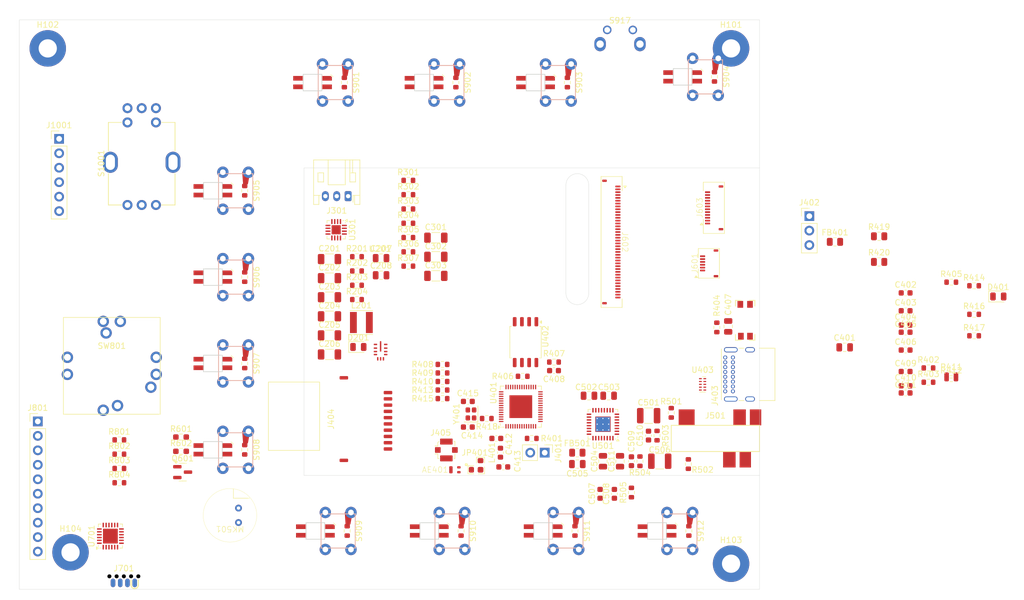
<source format=kicad_pcb>
(kicad_pcb (version 20241229) (generator "pcbnew") (generator_version "9.0")
  (layers (0 "F.Cu" signal) (4 "In1.Cu" signal) (6 "In2.Cu" signal) (2 "B.Cu" signal) (13 "F.Paste" user) (15 "B.Paste" user) (5 "F.SilkS" user "F.Silkscreen") (7 "B.SilkS" user "B.Silkscreen") (1 "F.Mask" user) (3 "B.Mask" user) (25 "Edge.Cuts" user))
  (net 0 "")
  (net 1 "GND")
  (net 2 "Net-(AE401-A)")
  (net 3 "/Power/SW")
  (net 4 "Net-(U201-BOOT)")
  (net 5 "Vdrive")
  (net 6 "+3.3V")
  (net 7 "/Power/FB")
  (net 8 "/Power/VCC")
  (net 9 "/Battery/Vusb")
  (net 10 "+BATT")
  (net 11 "/ESP32 Microcontroller/VDD33A")
  (net 12 "/ESP32 Microcontroller/CHIP_EN")
  (net 13 "/ESP32 Microcontroller/VDD33_SPI")
  (net 14 "/ESP32 Microcontroller/USB_N")
  (net 15 "/ESP32 Microcontroller/USB_P")
  (net 16 "/ESP32 Microcontroller/RF")
  (net 17 "/ESP32 Microcontroller/RF_ANT")
  (net 18 "Net-(C414-Pad1)")
  (net 19 "/ESP32 Microcontroller/XTAL_N")
  (net 20 "Net-(J501-T)")
  (net 21 "/Audio/L_HS")
  (net 22 "/Audio/R_HS")
  (net 23 "Net-(J501-R1)")
  (net 24 "Net-(D201-K)")
  (net 25 "Net-(D401-A)")
  (net 26 "/Battery/BATT_TS")
  (net 27 "/ESP32 Microcontroller/BOOT_MODE")
  (net 28 "/ESP32 Microcontroller/UART_RX")
  (net 29 "Net-(J402-Pin_3)")
  (net 35 "GNDA")
  (net 36 "Net-(J403-CC1)")
  (net 37 "Net-(J403-CC2)")
  (net 39 "/ESP32 Microcontroller/SD_SCK")
  (net 40 "/ESP32 Microcontroller/SD_DAT3")
  (net 41 "Net-(J404-VDD)")
  (net 42 "/ESP32 Microcontroller/SD_CMD")
  (net 43 "/Audio/VDDSPK")
  (net 44 "/ESP32 Microcontroller/SD_DET")
  (net 45 "/ESP32 Microcontroller/SD_DAT2")
  (net 46 "/ESP32 Microcontroller/SD_DAT1")
  (net 47 "/ESP32 Microcontroller/SD_DAT0")
  (net 48 "Net-(J405-In)")
  (net 49 "/Audio/Mic_P")
  (net 50 "/Display Connectors/DISP_TS_INT")
  (net 51 "/Display Connectors/DISP_TS_RST")
  (net 52 "Net-(U501-LMICP)")
  (net 57 "/Display Connectors/LED_K")
  (net 63 "/Display Connectors/DISP_SDA")
  (net 73 "/Display Connectors/DISP_RST")
  (net 77 "/Display Connectors/DISP_CS")
  (net 79 "/Display Connectors/DISP_DC")
  (net 81 "/Display Connectors/DISP_SCL")
  (net 82 "Net-(Q601-D)")
  (net 83 "Net-(Q601-G)")
  (net 84 "/Power/PWR_REG_GOOD")
  (net 85 "Net-(U301-ITERM)")
  (net 86 "Net-(U301-TMR)")
  (net 87 "Net-(U301-ILIM)")
  (net 88 "Net-(U301-ISET)")
  (net 89 "/Battery/PWR_GOOD")
  (net 90 "/Battery/PWR_CHRG")
  (net 91 "/ESP32 Microcontroller/GPIO3_STRAP_PD")
  (net 92 "/ESP32 Microcontroller/STATUS_LED")
  (net 93 "/ESP32 Microcontroller/MODE_SEL")
  (net 94 "/ESP32 Microcontroller/UART_TX")
  (net 95 "/ESP32 Microcontroller/SPIFLASH_CLK")
  (net 96 "Net-(U402-CLK)")
  (net 97 "/ESP32 Microcontroller/USB_uC_N")
  (net 98 "/ESP32 Microcontroller/USB_uC_P")
  (net 99 "/ESP32 Microcontroller/XTAL_P")
  (net 100 "Net-(U501-LMICN)")
  (net 101 "/Audio/Mic_HS_N")
  (net 102 "/Display Connectors/DISP_BL")
  (net 103 "Net-(U501-RMICP)")
  (net 104 "/Audio/Mic_HS")
  (net 105 "Net-(U501-RMICN)")
  (net 107 "+5V")
  (net 109 "/ESP32 Microcontroller/HMI_WAKE")
  (net 110 "/ESP32 Microcontroller/HMI_INT")
  (net 112 "/ESP32 Microcontroller/SPIFLASH_Q")
  (net 113 "/ESP32 Microcontroller/SPIFLASH_WP")
  (net 116 "/Audio/R_HS_N")
  (net 117 "/ESP32 Microcontroller/SPIFLASH_CS0")
  (net 118 "/ESP32 Microcontroller/SPIFLASH_HD")
  (net 119 "/I2C_SDA")
  (net 120 "/I2C_SCL")
  (net 124 "Net-(J801-Pin_5)")
  (net 126 "/ESP32 Microcontroller/SPIFLASH_D")
  (net 127 "Net-(J801-Pin_3)")
  (net 128 "Net-(J801-Pin_4)")
  (net 129 "Net-(J801-Pin_2)")
  (net 136 "/Audio/Mic_Bias")
  (net 137 "/HMI Controller/ROW_D")
  (net 138 "/HMI Controller/ROW_A")
  (net 139 "/HMI Controller/VFO_A")
  (net 140 "/HMI Controller/SWCLK")
  (net 141 "/HMI Controller/POW_SW")
  (net 142 "/HMI Controller/VFO_SW")
  (net 143 "/HMI Controller/~{RST}")
  (net 144 "/HMI Controller/VFO_B")
  (net 145 "/HMI Controller/ROW_B")
  (net 146 "/HMI Controller/NAV_B")
  (net 147 "/HMI Controller/NAV_DIR")
  (net 148 "/HMI Controller/NAV_SW")
  (net 149 "/HMI Controller/SWDIO")
  (net 150 "/HMI Controller/VFO_ADJ_A")
  (net 151 "/HMI Controller/VFO_ADJ_B")
  (net 152 "/HMI Controller/ROW_C")
  (net 153 "/HMI Controller/RGB_DATA")
  (net 154 "/HMI Controller/NAV_A")
  (net 155 "/Audio/I2S_ADCOUT")
  (net 156 "/Audio/I2S_MCLK")
  (net 157 "/Audio/I2S_ADCIN")
  (net 158 "/Audio/I2S_BCLK")
  (net 159 "/Audio/I2S_FS")
  (net 164 "/Audio/SP_P")
  (net 165 "/Audio/SP_N")
  (net 168 "Net-(S901B-DO)")
  (net 169 "Net-(S902B-DO)")
  (net 170 "Net-(S903B-DO)")
  (net 171 "Net-(S904B-DO)")
  (net 172 "Net-(S905B-DO)")
  (net 173 "Net-(S906B-DO)")
  (net 174 "Net-(S907B-DO)")
  (net 175 "Net-(S908B-DO)")
  (net 176 "Net-(S909B-DO)")
  (net 177 "Net-(S910B-DO)")
  (net 178 "Net-(S911B-DO)")
  (footprint "Resistor_SMD:R_0603_1608Metric" (layer "F.Cu") (at 155 113.5 180)
    (property "Reference" "R401")
    (property "Value" "100k" (hide yes))
  )
  (footprint "LED_SMD:LED_0805_2012Metric" (layer "F.Cu") (at 124.545 97.435)
    (property "Reference" "D201")
    (property "Value" "PW")
  )
  (footprint "Resistor_SMD:R_0805_2012Metric" (layer "F.Cu") (at 208.245 78.975)
    (property "Reference" "FB401")
    (property "Value" "~")
  )
  (footprint "BVH_Switches:TacButton_6mm_6mm_SK6812-E-Mini" (layer "F.Cu") (at 140.083333 51 90)
    (property "Reference" "S902")
    (property "Value" "A2")
    (fp_rect (start -1.45 -5.65) (end 1.45 -2.35) (stroke (width 0.12)) (fill no) (layer "Edge.Cuts"))
  )
  (footprint "Capacitor_SMD:C_0603_1608Metric" (layer "F.Cu") (at 220.655 97.98)
    (property "Reference" "C406")
    (property "Value" "10nF")
  )
  (footprint "Connector_JST:JST_PH_S3B-PH-K_1x03_P2.00mm_Horizontal" (layer "F.Cu") (at 122.75 70.95 180)
    (property "Reference" "J301")
    (property "Value" "BATT")
  )
  (footprint "Resistor_SMD:R_0603_1608Metric" (layer "F.Cu") (at 158.905 100.0875 180)
    (property "Reference" "R407")
    (property "Value" "DNP")
  )
  (footprint "BVH_Switches:TacButton_6mm_6mm_SK6812-E-Mini" (layer "F.Cu") (at 159.666667 51 90)
    (property "Reference" "S903")
    (property "Value" "A3")
    (fp_rect (start -1.45 -5.65) (end 1.45 -2.35) (stroke (width 0.12)) (fill no) (layer "Edge.Cuts"))
  )
  (footprint "Resistor_SMD:R_0603_1608Metric" (layer "F.Cu") (at 124.305 81.58)
    (property "Reference" "R201")
    (property "Value" "100k")
  )
  (footprint "BVH_Switches:Tac_SPST_RightAngle_SideActuated_THT" (layer "F.Cu") (at 170.5 43 180)
    (property "Reference" "S917")
    (property "Value" "POWER")
  )
  (footprint "MountingHole:MountingHole_3.2mm_M3_Pad" (layer "F.Cu") (at 190 45)
    (property "Reference" "H101")
    (property "Value" "MountingHole_Pad_MP")
  )
  (footprint "Capacitor_SMD:C_0805_2012Metric" (layer "F.Cu") (at 128.535 84.84)
    (property "Reference" "C208")
    (property "Value" "1uF")
  )
  (footprint "Resistor_SMD:R_0603_1608Metric" (layer "F.Cu") (at 187.5 94 90)
    (property "Reference" "R404")
    (property "Value" "100k" (hide yes))
  )
  (footprint "BVH_Connector_Display:Cvilux_CF4206FH0R0-05-NH_FFC_01x06-1MP_P0.5mm_Horizontal" (layer "F.Cu") (at 186.125 82.75 90)
    (property "Reference" "J601")
    (property "Value" "FT6236_Conn_01x06" (hide yes))
  )
  (footprint "Resistor_SMD:R_0603_1608Metric" (layer "F.Cu") (at 228.675 86.0575)
    (property "Reference" "R405")
    (property "Value" "499")
  )
  (footprint "Capacitor_SMD:C_0603_1608Metric" (layer "F.Cu") (at 220.655 87.94)
    (property "Reference" "C402")
    (property "Value" "0.1uF")
  )
  (footprint "Resistor_SMD:R_0603_1608Metric" (layer "F.Cu") (at 153.405 102.5875)
    (property "Reference" "R406")
    (property "Value" "0")
  )
  (footprint "Package_DFN_QFN:QFN-56-1EP_7x7mm_P0.4mm_EP4x4mm" (layer "F.Cu") (at 153.075 107.9175 90)
    (property "Reference" "U401")
    (property "Value" "ESP32-S3")
  )
  (footprint "Resistor_SMD:R_0603_1608Metric" (layer "F.Cu") (at 124.305 89.11)
    (property "Reference" "R204")
    (property "Value" "100")
  )
  (footprint "Resistor_SMD:R_0603_1608Metric" (layer "F.Cu") (at 133.325 83.24)
    (property "Reference" "R307")
    (property "Value" "100k")
  )
  (footprint "Capacitor_SMD:C_1206_3216Metric" (layer "F.Cu") (at 119.475 82)
    (property "Reference" "C201")
    (property "Value" "0.1uF")
  )
  (footprint "Capacitor_SMD:C_1210_3225Metric" (layer "F.Cu") (at 177.475 117.5 180)
    (property "Reference" "C506")
    (property "Value" "220uF")
  )
  (footprint "Resistor_SMD:R_0603_1608Metric" (layer "F.Cu") (at 124.305 84.09)
    (property "Reference" "R202")
    (property "Value" "43.2k")
  )
  (footprint "BVH_SOICbite:SOICbite_renumbered" (layer "F.Cu") (at 83.365 140)
    (property "Reference" "J701")
    (property "Value" "SOICbite-SWD")
  )
  (footprint "Resistor_SMD:R_0603_1608Metric" (layer "F.Cu") (at 82.575 121.28)
    (property "Reference" "R804")
    (property "Value" "R_4")
  )
  (footprint "Capacitor_SMD:C_0603_1608Metric" (layer "F.Cu") (at 220.655 93.5875)
    (property "Reference" "C404")
    (property "Value" "0.1uF")
  )
  (footprint "Resistor_SMD:R_0603_1608Metric" (layer "F.Cu") (at 82.575 113.75)
    (property "Reference" "R801")
    (property "Value" "R_1")
  )
  (footprint "Resistor_SMD:R_0603_1608Metric" (layer "F.Cu") (at 82.575 116.26)
    (property "Reference" "R802")
    (property "Value" "R_2")
  )
  (footprint "Resistor_SMD:R_0603_1608Metric" (layer "F.Cu") (at 124.305 86.6)
    (property "Reference" "R203")
    (property "Value" "100k")
  )
  (footprint "BVH_Package_QFN:QFN-32-1EP_5x5mm_P0.5mm_EP2.7x2.7mm_ThermalVias" (layer "F.Cu") (at 167.5 111 180)
    (property "Reference" "U501")
    (property "Value" "~")
  )
  (footprint "Capacitor_SMD:C_0603_1608Metric" (layer "F.Cu") (at 158.905 101.5875)
    (property "Reference" "C408")
    (property "Value" "0.1uF")
  )
  (footprint "Resistor_SMD:R_0603_1608Metric" (layer "F.Cu") (at 174 117.5 90)
    (property "Reference" "R504")
    (property "Value" "2.2k")
  )
  (footprint "Resistor_SMD:R_0603_1608Metric" (layer "F.Cu") (at 228.675 102.3725)
    (property "Reference" "R411")
    (property "Value" "0")
  )
  (footprint "Package_SO:SOIC-8_5.3x5.3mm_P1.27mm" (layer "F.Cu") (at 153.905 96.5875 -90)
    (property "Reference" "U402")
    (property "Value" "W25Q128JVS" (hide yes))
  )
  (footprint "Inductor_SMD:L_0603_1608Metric" (layer "F.Cu") (at 149.5 116 -90)
    (property "Reference" "L401")
    (property "Value" "2.4nH" (hide yes))
  )
  (footprint "BVH_Switches:TacButton_6mm_6mm_SK6812-E-Mini" (layer "F.Cu") (at 141 129.75 90)
    (property "Reference" "S910")
    (property "Value" "C2")
    (fp_rect (start -1.45 -5.65) (end 1.45 -2.35) (stroke (width 0.12)) (fill no) (layer "Edge.Cuts"))
  )
  (footprint "BVH_Switches:TacButton_6mm_6mm_SK6812-E-Mini" (layer "F.Cu") (at 103 100.333333 90)
    (property "Reference" "S907")
    (property "Value" "B3")
    (fp_rect (start -1.45 -5.65) (end 1.45 -2.35) (stroke (width 0.12)) (fill no) (layer "Edge.Cuts"))
  )
  (footprint "Resistor_SMD:R_0603_1608Metric" (layer "F.Cu") (at 133.325 73.2)
    (property "Reference" "R303")
    (property "Value" "46.4k")
  )
  (footprint "Resistor_SMD:R_0603_1608Metric" (layer "F.Cu") (at 172.5 123 90)
    (property "Reference" "R505")
    (property "Value" "2.2k")
  )
  (footprint "Capacitor_SMD:C_1206_3216Metric" (layer "F.Cu") (at 138.155 78.25)
    (property "Reference" "C301")
    (property "Value" "1uF")
  )
  (footprint "Resistor_SMD:R_0603_1608Metric" (layer "F.Cu") (at 139.325 106.5)
    (property "Reference" "R415")
    (property "Value" "50k")
  )
  (footprint "Package_DFN_QFN:QFN-24-1EP_4x4mm_P0.5mm_EP2.6x2.6mm" (layer "F.Cu") (at 81 130.65 90)
    (property "Reference" "U701")
    (property "Value" "ATSAMD10D13A-M")
  )
  (footprint "BVH_Switches:TacButton_6mm_6mm_SK6812-E-Mini" (layer "F.Cu") (at 161 129.75 90)
    (property "Reference" "S911")
    (property "Value" "C3")
    (fp_rect (start -1.45 -5.65) (end 1.45 -2.35) (stroke (width 0.12)) (fill no) (layer "Edge.Cuts"))
  )
  (footprint "Resistor_SMD:R_0603_1608Metric" (layer "F.Cu") (at 139.325 100.5)
    (property "Reference" "R408")
    (property "Value" "50k")
  )
  (footprint "BVH_Switches:TacButton_6mm_6mm_SK6812-E-Mini" (layer "F.Cu") (at 121 129.75 90)
    (property "Reference" "S909")
    (property "Value" "C1")
    (fp_rect (start -1.45 -5.65) (end 1.45 -2.35) (stroke (width 0.12)) (fill no) (layer "Edge.Cuts"))
  )
  (footprint "BVH_Switches:TacButton_6mm_6mm_SK6812-E-Mini" (layer "F.Cu") (at 120.5 51 90)
    (property "Reference" "S901")
    (property "Value" "A1")
    (fp_rect (start -1.45 -5.65) (end 1.45 -2.35) (stroke (width 0.12)) (fill no) (layer "Edge.Cuts"))
  )
  (footprint "BVH_Audio:SameSky_CMB-6544PF_Electret_Mic_9.4d" (layer "F.Cu") (at 102 127 180)
    (property "Reference" "MK501")
    (property "Value" "Microphone")
  )
  (footprint "Resistor_SMD:R_0805_2012Metric" (layer "F.Cu") (at 216 78)
    (property "Reference" "R419")
    (property "Value" "2.2k")
  )
  (footprint "Resistor_SMD:R_0603_1608Metric" (layer "F.Cu") (at 133.325 75.71)
    (property "Reference" "R304")
    (property "Value" "R_Small")
  )
  (footprint "Capacitor_SMD:C_1206_3216Metric" (layer "F.Cu") (at 138.155 81.6)
    (property "Reference" "C302")
    (property "Value" "4.7uF")
  )
  (footprint "Capacitor_SMD:C_0805_2012Metric" (layer "F.Cu") (at 209.95 97.5)
    (property "Reference" "C401")
    (property "Value" "10uF")
  )
  (footprint "Package_TO_SOT_SMD:SOT-23" (layer "F.Cu") (at 93.6925 119.415)
    (property "Reference" "Q601")
    (property "Value" "2N7002")
  )
  (footprint "LED_SMD:LED_0805_2012Metric" (layer "F.Cu") (at 236.935 88.5675)
    (property "Reference" "D401")
    (property "Value" "STATUS_LED")
  )
  (footprint "Capacitor_SMD:C_0603_1608Metric" (layer "F.Cu") (at 150 118.5)
    (property "Reference" "C413")
    (property "Value" "1.2pF" (hide yes))
  )
  (footprint "BVH_Switches:TacButton_6mm_6mm_SK6812-E-Mini" (layer "F.Cu") (at 181 129.75 90)
    (property "Reference" "S912")
    (property "Value" "C4")
    (fp_rect (start -1.45 -5.65) (end 1.45 -2.35) (stroke (width 0.12)) (fill no) (layer "Edge.Cuts"))
  )
  (footprint "Capacitor_SMD:C_0603_1608Metric" (layer "F.Cu") (at 220.655 94.8425)
    (property "Reference" "C405")
    (property "Value" "1uF")
  )
  (footprint "Resistor_SMD:R_0603_1608Metric" (layer "F.Cu") (at 228.675 103)
    (property "Reference" "R412")
    (property "Value" "0")
  )
  (footprint "BVH_Switches:TacButton_6mm_6mm_SK6812-E-Mini" (layer "F.Cu") (at 103 115.5 90)
    (property "Reference" "S908")
    (property "Value" "B4")
    (fp_rect (start -1.45 -5.65) (end 1.45 -2.35) (stroke (width 0.12)) (fill no) (layer "Edge.Cuts"))
  )
  (footprint "Capacitor_SMD:C_0603_1608Metric" (layer "F.Cu") (at 220.655 104.255)
    (property "Reference" "C410")
    (property "Value" "DNP")
  )
  (footprint "Capacitor_SMD:C_1206_3216Metric" (layer "F.Cu") (at 119.475 92.05)
    (property "Reference" "C204")
    (property "Value" "220nF")
  )
  (footprint "Resistor_SMD:R_0603_1608Metric" (layer "F.Cu") (at 179.5 109 -90)
    (property "Reference" "R501")
    (property "Value" "100k")
  )
  (footprint "BVH_Switches:Tac_SMD_6.4mm_Side_SPST_NO" (layer "F.Cu") (at 192.475 92.75 90)
    (property "Reference" "SW401")
    (property "Value" "RST")
  )
  (footprint "BVH_Connector_Display:Cvilux_CF4240FH0R0-05-NH_FFC_01x40-1MP_P0.5mm_Horizontal" (layer "F.Cu") (at 169 79 -90)
    (property "Reference" "J602")
    (property "Value" "ILI9488_Conn" (hide yes))
  )
  (footprint "Capacitor_SMD:C_1206_3216Metric" (layer "F.Cu") (at 119.475 95.4)
    (property "Reference" "C205")
    (property "Value" "15uF")
  )
  (footprint "Resistor_SMD:R_0603_1608Metric" (layer "F.Cu") (at 182.5 118 -90)
    (property "Reference" "R502")
    (property "Value" "100k")
  )
  (footprint "BVH_Switches:TacButton_6mm_6mm_SK6812-E-Mini" (layer "F.Cu") (at 103 70 90)
    (property "Reference" "S905")
    (property "Value" "B1")
    (fp_rect (start -1.45 -5.65) (end 1.45 -2.35) (stroke (width 0.12)) (fill no) (layer "Edge.Cuts"))
  )
  (footprint "Package_DFN_QFN:VQFN-16-1EP_3x3mm_P0.5mm_EP1.6x1.6mm" (layer "F.Cu") (at 120.65 76.85 -90)
    (property "Reference" "U301")
    (property "Value" "BQ24074RGT")
  )
  (footprint "Capacitor_SMD:C_1206_3216Metric" (layer "F.Cu") (at 119.475 88.7)
    (property "Reference" "C203")
    (property "Value" "220nF")
  )
  (footprint "Resistor_SMD:R_0603_1608Metric" (layer "F.Cu") (at 133.325 70.69)
    (property "Reference" "R302")
    (property "Value" "DNP")
  )
  (footprint "BVH_Power:LMR36006-VQFN-HR" (layer "F.Cu") (at 128.45 98.1155)
    (property "Reference" "U201")
    (property "Value" "LMR36006")
  )
  (footprint "Capacitor_SMD:C_0603_1608Metric" (layer "F.Cu") (at 175.5 113 -90)
    (property "Reference" "C510")
    (property "Value" "1uF")
  )
  (footprint "Resistor_SMD:R_0603_1608Metric" (layer "F.Cu") (at 177 113 -90)
    (property "Reference" "R503")
    (property "Value" "220k")
  )
  (footprint "BVH_Components_Misc:Jumper_Resistor_0603_2_Way" (layer "F.Cu") (at 146 119 90)
    (property "Reference" "JP401")
    (property "Value" "SolderJumper_3_Open" (hide yes))
  )
  (footprint "Resistor_SMD:R_0603_1608Metric" (layer "F.Cu") (at 133.325 68.18)
    (property "Reference" "R301")
    (property "Value" "R_Small")
  )
  (footprint "Resistor_SMD:R_0603_1608Metric" (layer "F.Cu") (at 82.575 118.77)
    (property "Reference" "R803")
    (property "Value" "R_3")
  )
  (footprint "Resistor_SMD:R_0603_1608Metric" (layer "F.Cu") (at 224.665 101.1175)
    (property "Reference" "R402")
    (property "Value" "100")
  )
  (footprint "Connector_PinHeader_2.54mm:PinHeader_1x06_P2.54mm_Vertical" (layer "F.Cu") (at 72 60.88)
    (property "Reference" "J1001")
    (property "Value" "VFO")
  )
  (footprint "Resistor_SMD:R_0603_1608Metric" (layer "F.Cu") (at 139.325 102)
    (property "Reference" "R409")
    (property "Value" "50k")
  )
  (footprint "Resistor_SMD:R_0805_2012Metric" (layer "F.Cu") (at 163 116)
    (property "Reference" "FB501")
    (property "Value" "FerriteBead_Small" (hide yes))
  )
  (footprint "Capacitor_SMD:C_0603_1608Metric" (layer "F.Cu") (at 167 123.225 90)
    (property "Reference" "C507")
    (property "Value" "1uF")
  )
  (footprint "Capacitor_SMD:C_0805_2012Metric" (layer "F.Cu") (at 165.05 106 180)
    (property "Reference" "C502")
    (property "Value" "4.7uF" (hide yes))
  )
  (footprint "BVH_Components_Misc:Diode_10Pin_DFN2510A-10_10-XFDFN_SOT1176-1" (layer "F.Cu") (at 185 104)
    (property "Reference" "U403")
    (property "Value" "~" (hide yes))
  )
  (footprint "Capacitor_SMD:C_0603_1608Metric" (layer "F.Cu") (at 220.655 105.51)
    (property "Reference" "C411")
    (property "Value" "0.1uF")
  )
  (footprint "Resistor_SMD:R_0603_1608Metric" (layer "F.Cu") (at 224.665 103.6275)
    (property "Reference" "R403")
    (property "Value" "100k")
  )
  (footprint "Resistor_SMD:R_0603_1608Metric" (layer "F.Cu") (at 133.325 80.73)
    (property "Reference" "R306")
    (property "Value" "100k")
  )
  (footprint "Capacitor_SMD:C_1206_3216Metric" (layer "F.Cu") (at 119.475 85.35)
    (property "Reference" "C202")
    (property "Value" "4.7uF")
  )
  (footprint "Resistor_SMD:R_0603_1608Metric" (layer "F.Cu") (at 232.685 86.685)
    (property "Reference" "R414")
    (property "Value" "5.1k")
  )
  (footprint "Capacitor_SMD:C_0805_2012Metric" (layer "F.Cu") (at 167.5 117.5 -90)
    (property "Reference" "C504")
    (property "Value" "4.7uF" (hide yes))
  )
  (footprint "Capacitor_SMD:C_0603_1608Metric" (layer "F.Cu") (at 143.775 107)
    (property "Reference" "C415")
    (property "Value" "10pF" (hide yes))
  )
  (footprint "Connector_PinHeader_2.54mm:PinHeader_1x10_P2.54mm_Vertical" (layer "F.Cu") (at 68.25 110.51)
    (property "Reference" "J801")
    (property "Value" "NAV CONN")
  )
  (footprint "Capacitor_SMD:C_0805_2012Metric" (layer "F.Cu") (at 170.5 117.5 -90)
    (property "Reference" "C511")
    (property "Value" "4.7uF")
  )
  (footprint "Resistor_SMD:R_0603_1608Metric_Pad0.98x0.95mm_HandSolder" (layer "F.Cu") (at 93.4125 115.76)
    (property "Reference" "R602")
    (property "Value" "10k")
  )
  (footprint "Resistor_SMD:R_0603_1608Metric" (layer "F.Cu") (at 232.685 95.47)
    (property "Reference" "R417")
    (property "Value" "33R")
  )
  (footprint "Connector_Coaxial:U.FL_Molex_MCRF_73412-0110_Vertical" (layer "F.Cu") (at 140 115.525 90)
    (property "Reference" "J405")
    (property "Value" "Conn_Coaxial" (hide yes))
  )
  (footprint "Capacitor_SMD:C_0805_2012Metric" (layer "F.Cu") (at 168.5 106)
    (property "Reference" "C503")
    (property "Value" "4.7uF" (hide yes))
  )
  (footprint "Connector_PinHeader_2.54mm:PinHeader_1x03_P2.54mm_Vertical" (layer "F.Cu") (at 203.745 74.46)
    (property "Reference" "J402")
    (property "Value" "UART")
  )
  (footprint "Capacitor_SMD:C_0603_1608Metric" (layer "F.Cu") (at 148.775 113.5 180)
    (property "Reference" "C412")
    (property "Value" "1.2pF" (hide yes))
  )
  (footprint "Resistor_SMD:R_0603_1608Metric" (layer "F.Cu") (at 133.325 78.22)
    (property "Reference" "R305")
    (property "Value" "R_Small")
  )
  (footprint "BVH_RF_Ham:ANT2012LL13R2400A" (layer "F.Cu") (at 141.5 119 180)
    (property "Reference" "AE401")
    (property "Value" "ANT" (hide yes))
  )
  (footprint "Capacitor_SMD:C_0805_2012Metric" (layer "F.Cu") (at 128.535 81.83)
    (property "Reference" "C207")
    (property "Value" "20pF")
  )
  (footprint "BVH_Switches:TacButton_6mm_6mm_SK6812-E-Mini" (layer "F.Cu") (at 103 85.166667 90)
    (property "Reference" "S906")
    (property "Value" "B2")
    (fp_rect (start -1.45 -5.65) (end 1.45 -2.35) (stroke (width 0.12)) (fill no) (layer "Edge.Cuts"))
  )
  (footprint "Resistor_SMD:R_0805_2012Metric" (layer "F.Cu") (at 216 82.5)
    (property "Reference" "R420")
    (property "Value" "2.2k")
  )
  (footprint "MountingHole:MountingHole_3.2mm_M3_Pad" (layer "F.Cu") (at 70 45)
    (property "Reference" "H102")
    (property "Value" "MountingHole_Pad_MP")
  )
  (footprint "BVH_Switches:TacButton_6mm_6mm_SK6812-E-Mini" (layer "F.Cu") (at 185.5 50 90)
    (property "Reference" "S904")
    (property "Value" "A4")
    (fp_rect (start -1.45 -5.65) (end 1.45 -2.35) (stroke (width 0.12)) (fill no) (layer "Edge.Cuts"))
  )
  (footprint "Capacitor_SMD:C_0603_1608Metric" (layer "F.Cu") (at 220.655 101.745)
    (property "Reference" "C409")
    (property "Value" "DNP")
  )
  (footprint "Connector_PinHeader_2.54mm:PinHeader_1x02_P2.54mm_Vertical" (layer "F.Cu") (at 157.275 116 -90)
    (property "Reference" "J401")
    (property "Value" "BOOT")
  )
  (footprint "BVH_Connectors_Misc:MicroSD_Socket_Unbranded" (layer "F.Cu") (at 129.25 110.1 90)
    (property "Reference" "J404")
    (property "Value" "SDMMC 4b")
  )
  (footprint "Resistor_SMD:R_0603_1608Metric_Pad0.98x0.95mm_HandSolder" (layer "F.Cu") (at 93.4125 113.25)
    (property "Reference" "R601")
    (property "Value" "0")
  )
  (footprint "Capacitor_SMD:C_1206_3216Metric" (layer "F.Cu") (at 138.155 84.95)
    (property "Reference" "C303")
    (property "Value" "10uF")
  )
  (footprint "Capacitor_SMD:C_1206_3216Metric" (layer "F.Cu") (at 119.475 98.75)
    (property "Reference" "C206")
    (property "Value" "15uF")
  )
  (footprint "Resistor_SMD:R_0603_1608Metric" (layer "F.Cu") (at 232.685 91.705)
    (property "Reference" "R416")
    (property "Value" "5.1k")
  )
  (footprint "Resistor_SMD:R_0603_1608Metric" (layer "F.Cu") (at 139.325 103.5)
    (property "Reference" "R410")
    (property "Value" "50k")
  )
  (footprint "Crystal:Crystal_SMD_2016-4Pin_2.0x1.6mm" (layer "F.Cu") (at 144.325 109.2 90)
    (property "Reference" "Y401")
    (property "Value" "40 MHz" (hide yes))
  )
  (footprint "Capacitor_SMD:C_0603_1608Metric" (layer "F.Cu") (at 220.655 91.0775)
    (property "Reference" "C403")
    (property "Value" "0.1uF")
  )
  (footprint "Capacitor_SMD:C_0805_2012Metric" (layer "F.Cu") (at 163 118 180)
    (property "Reference" "C505")
    (property "Value" "4.7uF")
  )
  (footprint "BVH_Switches:RKJXT1F42001_Navigation_Switch" (layer "F.Cu") (at 81.25 100.75)
    (property "Reference" "SW801")
    (property "Value" "Navigation_Encoder_Joystick_Switch")
  )
  (footprint "BVH_Switches:Alps_EC11E_Dual_Shaft_Rotary_Encoder_With_Switch" (layer "F.Cu") (at 86.5 65)
    (property "Reference" "S1001")
    (property "Value" "~")
  )
  (footprint "Capacitor_SMD:C_0603_1608Metric" (layer "F.Cu") (at 172.5 117.5 -90)
    (property "Reference" "C509")
    (property "Value" "1uF")
  )
  (footprint "MountingHole:MountingHole_3.2mm_M3_Pad" (layer "F.Cu") (at 74 133.5)
    (property "Reference" "H104")
    (property "Value" "MountingHole_Pad_MP")
  )
  (footprint "Resistor_SMD:R_0603_1608Metric" (layer "F.Cu") (at 139.325 105)
    (property "Reference" "R413")
    (property "Value" "50k")
  )
  (footprint "BVH_Connectors_Misc:SJ-43515RS-SMT-TR" (layer "F.Cu") (at 187.25 113.5 180)
    (property "Reference" "J501")
    (property "Value" "Headset")
  )
  (footprint "Capacitor_SMD:C_0603_1608Metric" (layer "F.Cu") (at 143.775 111.5 180)
    (property "Reference" "C414")
    (property "Value" "10pF" (hide yes))
  )
  (footprint "Capacitor_SMD:C_0603_1608Metric" (layer "F.Cu") (at 169.51 123.225 90)
    (property "Reference" "C508")
    (property "Value" "1uF")
  )
  (footprint "Capacitor_SMD:C_1210_3225Metric" (layer "F.Cu") (at 175.525 109.5)
    (property "Reference" "C501")
    (property "Value" "220uF")
  )
  (footprint "Resistor_SMD:R_0603_1608Metric" (layer "F.Cu") (at 147.1 110 180)
    (property "Reference" "R418")
    (property "Value" "0")
  )
  (footprint "BVH_Connector_Display:Cvilux_CF4212FH0R0-05-NH_FFC_01x12-1MP_P0.5mm_Horizontal_1" (layer "F.Cu") (at 187 73 90)
    (property "Reference" "J603")
    (property "Value" "ST7789_Conn_01x12" (hide yes))
  )
  (footprint "Connector_USB:USB_C_Receptacle_GCT_USB4085" (layer "F.Cu") (at 188.975 105.225 90)
    (property "Reference" "J403")
    (property "Value" "USB_C_Receptacle_USB2.0_16P")
  )
  (footprint "Capacitor_SMD:C_0805_2012Metric" (layer "F.Cu") (at 189.5 93.825 90)
    (property "Reference" "C407")
    (property "Value" "1uF")
  )
  (footprint "Inductor_SMD:L_Taiyo-Yuden_MD-4040" (layer "F.Cu") (at 125.075 93.14)
    (property "Reference" "L201")
    (property "Value" "10uH")
  )
  (footprint "MountingHole:MountingHole_3.2mm_M3_Pad" (layer "F.Cu") (at 190 135.5)
    (property "Reference" "H103")
    (property "Value" "MountingHole_Pad_MP")
  )
  (gr_rect (start 65 40) (end 195 140) (stroke (width 0.05)) (fill no) (layer "Edge.Cuts"))
  (gr_line (start 165 69) (end 165 88) (stroke (width 0.05)) (layer "Edge.Cuts"))
  (gr_line (start 195 66) (end 115 66) (stroke (width 0.05)) (layer "Edge.Cuts"))
  (gr_line (start 115 66) (end 115 120) (stroke (width 0.05)) (layer "Edge.Cuts"))
  (gr_arc (start 165 88) (mid 163 90) (end 161 88) (stroke (width 0.05)) (layer "Edge.Cuts"))
  (gr_arc (start 161 69) (mid 163 67) (end 165 69) (stroke (width 0.05)) (layer "Edge.Cuts"))
  (gr_line (start 161 88) (end 161 69) (stroke (width 0.05)) (layer "Edge.Cuts"))
  (gr_line (start 115 120) (end 195 120) (stroke (width 0.05)) (layer "Edge.Cuts"))
)
</source>
